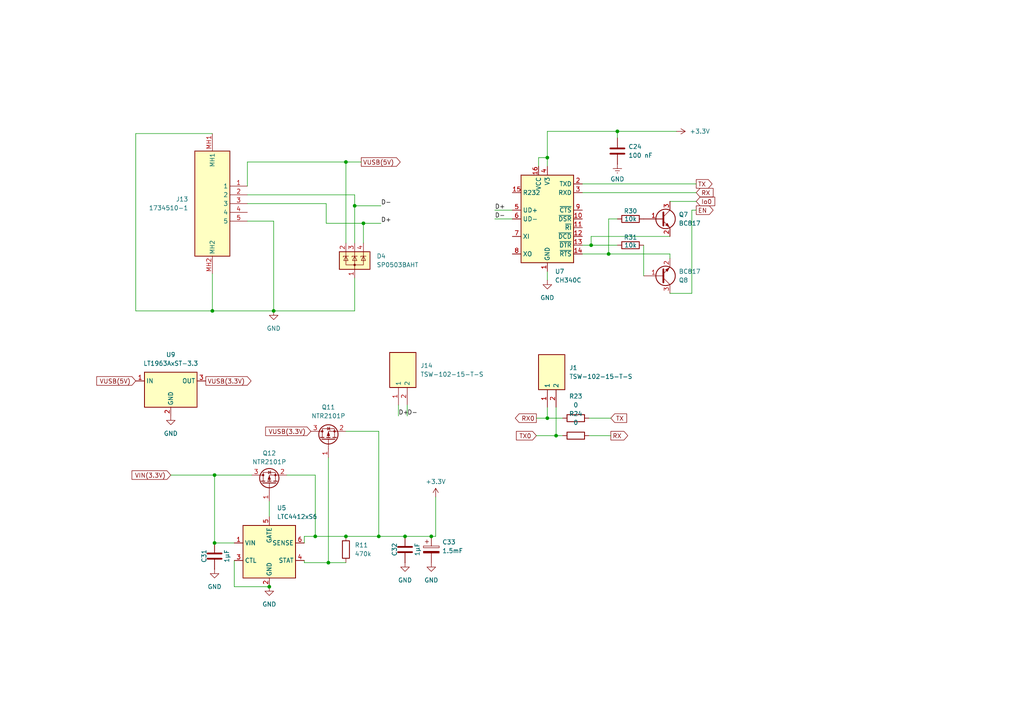
<source format=kicad_sch>
(kicad_sch (version 20231120) (generator "eeschema") (generator_version "8.0")
  (paper "A4")
  (lib_symbols
    (symbol "Device:C" (pin_numbers hide) (pin_names (offset 0.254))
      (property "Reference" "C" (at 0.635 2.54 0))
      (property "Value" "C" (at 0.635 -2.54 0))
      (symbol "C_0_1"
        (polyline (pts (xy -2.032 -0.762) (xy 2.032 -0.762)) (stroke (width 0.508)))
        (polyline (pts (xy -2.032 0.762) (xy 2.032 0.762)) (stroke (width 0.508)))
      )
      (symbol "C_1_1"
        (pin passive line (at 0 3.81 270) (length 2.794) (name "~") (number "1"))
        (pin passive line (at 0 -3.81 90) (length 2.794) (name "~") (number "2"))
      )
    )
    (symbol "Device:C_Polarized" (pin_numbers hide) (pin_names (offset 0.254))
      (property "Reference" "C" (at 0.635 2.54 0))
      (property "Value" "C_Polarized" (at 0.635 -2.54 0))
      (symbol "C_Polarized_0_1"
        (rectangle (start -2.286 0.508) (end 2.286 1.016))
        (polyline (pts (xy -1.778 2.286) (xy -0.762 2.286)))
        (polyline (pts (xy -1.27 2.794) (xy -1.27 1.778)))
        (rectangle (start 2.286 -0.508) (end -2.286 -1.016) (fill (type outline)))
      )
      (symbol "C_Polarized_1_1"
        (pin passive line (at 0 3.81 270) (length 2.794) (name "~") (number "1"))
        (pin passive line (at 0 -3.81 90) (length 2.794) (name "~") (number "2"))
      )
    )
    (symbol "Device:R" (pin_numbers hide) (pin_names (offset 0))
      (property "Reference" "R" (at 2.032 0 90))
      (property "Value" "R" (at 0 0 90))
      (symbol "R_0_1"
        (rectangle (start -1.016 -2.54) (end 1.016 2.54) (stroke (width 0.254)))
      )
      (symbol "R_1_1"
        (pin passive line (at 0 3.81 270) (length 1.27) (name "~") (number "1"))
        (pin passive line (at 0 -3.81 90) (length 1.27) (name "~") (number "2"))
      )
    )
    (symbol "Interface_USB:CH340G"
      (property "Reference" "U" (at -5.08 13.97 0))
      (property "Value" "CH340G" (at 1.27 13.97 0))
      (symbol "CH340G_0_1"
        (rectangle (start -7.62 12.7) (end 7.62 -12.7) (stroke (width 0.254)) (fill (type background)))
      )
      (symbol "CH340G_1_1"
        (pin power_in line (at 0 -15.24 90) (length 2.54) (name "GND") (number "1"))
        (pin input line (at 10.16 0 180) (length 2.54) (name "~{DSR}") (number "10"))
        (pin input line (at 10.16 -2.54 180) (length 2.54) (name "~{RI}") (number "11"))
        (pin input line (at 10.16 -5.08 180) (length 2.54) (name "~{DCD}") (number "12"))
        (pin output line (at 10.16 -7.62 180) (length 2.54) (name "~{DTR}") (number "13"))
        (pin output line (at 10.16 -10.16 180) (length 2.54) (name "~{RTS}") (number "14"))
        (pin input line (at -10.16 7.62 0) (length 2.54) (name "R232") (number "15"))
        (pin power_in line (at -2.54 15.24 270) (length 2.54) (name "VCC") (number "16"))
        (pin output line (at 10.16 10.16 180) (length 2.54) (name "TXD") (number "2"))
        (pin input line (at 10.16 7.62 180) (length 2.54) (name "RXD") (number "3"))
        (pin power_out line (at 0 15.24 270) (length 2.54) (name "V3") (number "4"))
        (pin bidirectional line (at -10.16 2.54 0) (length 2.54) (name "UD+") (number "5"))
        (pin bidirectional line (at -10.16 0 0) (length 2.54) (name "UD-") (number "6"))
        (pin input line (at -10.16 -5.08 0) (length 2.54) (name "XI") (number "7"))
        (pin output line (at -10.16 -10.16 0) (length 2.54) (name "XO") (number "8"))
        (pin input line (at 10.16 2.54 180) (length 2.54) (name "~{CTS}") (number "9"))
      )
    )
    (symbol "Power_Management:LTC4412xS6"
      (property "Reference" "U" (at -6.35 8.89 0))
      (property "Value" "LTC4412xS6" (at 6.35 8.89 0))
      (symbol "LTC4412xS6_0_1"
        (rectangle (start -7.62 7.62) (end 7.62 -7.62) (stroke (width 0.254)) (fill (type background)))
      )
      (symbol "LTC4412xS6_1_1"
        (pin power_in line (at -10.16 2.54 0) (length 2.54) (name "VIN") (number "1"))
        (pin power_in line (at 0 -10.16 90) (length 2.54) (name "GND") (number "2"))
        (pin input line (at -10.16 -2.54 0) (length 2.54) (name "CTL") (number "3"))
        (pin open_collector line (at 10.16 -2.54 180) (length 2.54) (name "STAT") (number "4"))
        (pin output line (at 0 10.16 270) (length 2.54) (name "GATE") (number "5"))
        (pin input line (at 10.16 2.54 180) (length 2.54) (name "SENSE") (number "6"))
      )
    )
    (symbol "Power_Protection:SP0503BAHT" (pin_names hide)
      (property "Reference" "D" (at 5.715 2.54 0))
      (property "Value" "SP0503BAHT" (at 5.715 0.635 0))
      (symbol "SP0503BAHT_0_0"
        (pin passive line (at 0 -5.08 90) (length 2.54) (name "A") (number "1"))
      )
      (symbol "SP0503BAHT_0_1"
        (rectangle (start -4.445 2.54) (end 4.445 -2.54) (stroke (width 0.254)) (fill (type background)))
        (circle (center 0 -1.27) (radius 0.254) (fill (type outline)))
        (polyline (pts (xy -2.54 2.54) (xy -2.54 1.27)))
        (polyline (pts (xy 0 -1.27) (xy 0 -2.54)))
        (polyline (pts (xy 0 -1.27) (xy 0 1.27)))
        (polyline (pts (xy 0 2.54) (xy 0 1.27)))
        (polyline (pts (xy 0.635 1.27) (xy 0.762 1.27)))
        (polyline (pts (xy 2.54 2.54) (xy 2.54 1.27)))
        (polyline (pts (xy 0.635 1.27) (xy -0.762 1.27) (xy -0.762 1.016)))
        (polyline (pts (xy -3.302 1.016) (xy -3.302 1.27) (xy -1.905 1.27) (xy -1.778 1.27)))
        (polyline (pts (xy -2.54 1.27) (xy -2.54 -1.27) (xy 2.54 -1.27) (xy 2.54 1.27)))
        (polyline (pts (xy -2.54 1.27) (xy -1.905 0) (xy -3.175 0) (xy -2.54 1.27)))
        (polyline (pts (xy 0.635 0) (xy -0.635 0) (xy 0 1.27) (xy 0.635 0)))
        (polyline (pts (xy 1.778 1.016) (xy 1.778 1.27) (xy 3.175 1.27) (xy 3.302 1.27)))
        (polyline (pts (xy 2.54 1.27) (xy 1.905 0) (xy 3.175 0) (xy 2.54 1.27)))
      )
      (symbol "SP0503BAHT_1_1"
        (pin passive line (at -2.54 5.08 270) (length 2.54) (name "K") (number "2"))
        (pin passive line (at 0 5.08 270) (length 2.54) (name "K") (number "3"))
        (pin passive line (at 2.54 5.08 270) (length 2.54) (name "K") (number "4"))
      )
    )
    (symbol "Regulator_Linear:LT1963AxST-3.3"
      (property "Reference" "U" (at -7.62 6.35 0))
      (property "Value" "LT1963AxST-3.3" (at -1.27 6.35 0))
      (symbol "LT1963AxST-3.3_0_1"
        (rectangle (start -7.62 5.08) (end 7.62 -5.08) (stroke (width 0.254)) (fill (type background)))
      )
      (symbol "LT1963AxST-3.3_1_1"
        (pin power_in line (at -10.16 2.54 0) (length 2.54) (name "IN") (number "1"))
        (pin power_in line (at 0 -7.62 90) (length 2.54) (name "GND") (number "2"))
        (pin power_out line (at 10.16 2.54 180) (length 2.54) (name "OUT") (number "3"))
      )
    )
    (symbol "SamacSys_Parts:1734510-1"
      (property "Reference" "J" (at 16.51 15.24 0))
      (property "Value" "1734510-1" (at 16.51 12.7 0))
      (symbol "1734510-1_1_1"
        (rectangle (start 5.08 10.16) (end 15.24 -20.32) (stroke (width 0.254)) (fill (type background)))
        (pin passive line (at 0 -10.16 0) (length 5.08) (name "1") (number "1"))
        (pin passive line (at 0 -7.62 0) (length 5.08) (name "2") (number "2"))
        (pin passive line (at 0 -5.08 0) (length 5.08) (name "3") (number "3"))
        (pin passive line (at 0 -2.54 0) (length 5.08) (name "4") (number "4"))
        (pin passive line (at 0 0 0) (length 5.08) (name "5") (number "5"))
        (pin passive line (at 10.16 -25.4 90) (length 5.08) (name "MH1") (number "MH1"))
        (pin passive line (at 10.16 15.24 270) (length 5.08) (name "MH2") (number "MH2"))
      )
    )
    (symbol "SamacSys_Parts:TSW-102-15-T-S"
      (property "Reference" "J" (at 16.51 7.62 0))
      (property "Value" "TSW-102-15-T-S" (at 16.51 5.08 0))
      (symbol "TSW-102-15-T-S_1_1"
        (rectangle (start 5.08 2.54) (end 15.24 -5.08) (stroke (width 0.254)) (fill (type background)))
        (pin passive line (at 0 0 0) (length 5.08) (name "1") (number "1"))
        (pin passive line (at 0 -2.54 0) (length 5.08) (name "2") (number "2"))
      )
    )
    (symbol "Transistor_BJT:BC817" (pin_names (offset 0) hide)
      (property "Reference" "Q" (at 5.08 1.905 0))
      (property "Value" "BC817" (at 5.08 0 0))
      (symbol "BC817_0_1"
        (polyline (pts (xy 0.635 0.635) (xy 2.54 2.54)))
        (polyline (pts (xy 0.635 -0.635) (xy 2.54 -2.54) (xy 2.54 -2.54)))
        (polyline (pts (xy 0.635 1.905) (xy 0.635 -1.905) (xy 0.635 -1.905)) (stroke (width 0.508)))
        (polyline (pts (xy 1.27 -1.778) (xy 1.778 -1.27) (xy 2.286 -2.286) (xy 1.27 -1.778) (xy 1.27 -1.778)) (fill (type outline)))
        (circle (center 1.27 0) (radius 2.8194) (stroke (width 0.254)))
      )
      (symbol "BC817_1_1"
        (pin input line (at -5.08 0 0) (length 5.715) (name "B") (number "1"))
        (pin passive line (at 2.54 -5.08 90) (length 2.54) (name "E") (number "2"))
        (pin passive line (at 2.54 5.08 270) (length 2.54) (name "C") (number "3"))
      )
    )
    (symbol "Transistor_FET:NTR2101P" (pin_names hide)
      (property "Reference" "Q" (at 5.08 1.905 0))
      (property "Value" "NTR2101P" (at 5.08 0 0))
      (symbol "NTR2101P_0_1"
        (polyline (pts (xy 0.254 0) (xy -2.54 0)))
        (polyline (pts (xy 0.254 1.905) (xy 0.254 -1.905)) (stroke (width 0.254)))
        (polyline (pts (xy 0.762 -1.27) (xy 0.762 -2.286)) (stroke (width 0.254)))
        (polyline (pts (xy 0.762 0.508) (xy 0.762 -0.508)) (stroke (width 0.254)))
        (polyline (pts (xy 0.762 2.286) (xy 0.762 1.27)) (stroke (width 0.254)))
        (polyline (pts (xy 2.54 2.54) (xy 2.54 1.778)))
        (polyline (pts (xy 2.54 -2.54) (xy 2.54 0) (xy 0.762 0)))
        (polyline (pts (xy 0.762 1.778) (xy 3.302 1.778) (xy 3.302 -1.778) (xy 0.762 -1.778)))
        (polyline (pts (xy 2.286 0) (xy 1.27 0.381) (xy 1.27 -0.381) (xy 2.286 0)) (fill (type outline)))
        (polyline (pts (xy 2.794 -0.508) (xy 2.921 -0.381) (xy 3.683 -0.381) (xy 3.81 -0.254)))
        (polyline (pts (xy 3.302 -0.381) (xy 2.921 0.254) (xy 3.683 0.254) (xy 3.302 -0.381)))
        (circle (center 1.651 0) (radius 2.794) (stroke (width 0.254)))
        (circle (center 2.54 -1.778) (radius 0.254) (fill (type outline)))
        (circle (center 2.54 1.778) (radius 0.254) (fill (type outline)))
      )
      (symbol "NTR2101P_1_1"
        (pin input line (at -5.08 0 0) (length 2.54) (name "G") (number "1"))
        (pin passive line (at 2.54 -5.08 90) (length 2.54) (name "S") (number "2"))
        (pin passive line (at 2.54 5.08 270) (length 2.54) (name "D") (number "3"))
      )
    )
    (symbol "power:Earth" (power) (pin_numbers hide) (pin_names (offset 0) hide)
      (property "Value" "Earth" (at 0 -3.81 0))
      (symbol "Earth_0_1"
        (polyline (pts (xy -0.635 -1.905) (xy 0.635 -1.905)))
        (polyline (pts (xy -0.127 -2.54) (xy 0.127 -2.54)))
        (polyline (pts (xy 0 -1.27) (xy 0 0)))
        (polyline (pts (xy 1.27 -1.27) (xy -1.27 -1.27)))
      )
      (symbol "Earth_1_1"
        (pin power_in line (at 0 0 270) (length 0) (name "~") (number "1"))
      )
    )
    (symbol "power:GND" (power) (pin_numbers hide) (pin_names (offset 0) hide)
      (property "Value" "GND" (at 0 -3.81 0))
      (symbol "GND_0_1"
        (polyline (pts (xy 0 0) (xy 0 -1.27) (xy 1.27 -1.27) (xy 0 -2.54) (xy -1.27 -1.27) (xy 0 -1.27)))
      )
      (symbol "GND_1_1"
        (pin power_in line (at 0 0 270) (length 0) (name "~") (number "1"))
      )
    )
    (symbol "power:VCC" (power) (pin_numbers hide) (pin_names (offset 0) hide)
      (property "Value" "VCC" (at 0 3.556 0))
      (symbol "VCC_0_1"
        (polyline (pts (xy -0.762 1.27) (xy 0 2.54)))
        (polyline (pts (xy 0 0) (xy 0 2.54)))
        (polyline (pts (xy 0 2.54) (xy 0.762 1.27)))
      )
      (symbol "VCC_1_1"
        (pin power_in line (at 0 0 90) (length 0) (name "~") (number "1"))
      )
    )
  )
  (junction (at 102.87 59.69))
  (junction (at 100.33 46.99))
  (junction (at 78.105 170.18))
  (junction (at 117.475 155.575))
  (junction (at 158.75 45.72))
  (junction (at 109.855 155.575))
  (junction (at 79.375 90.17))
  (junction (at 125.095 155.575))
  (junction (at 179.07 38.1))
  (junction (at 61.595 90.17))
  (junction (at 91.44 155.575))
  (junction (at 62.23 137.795))
  (junction (at 100.33 155.575))
  (junction (at 95.25 163.195))
  (junction (at 161.29 126.365))
  (junction (at 158.75 121.285))
  (junction (at 171.45 71.12))
  (junction (at 62.23 157.48))
  (junction (at 176.53 73.66))
  (junction (at 105.41 64.77))
  (wire (pts (xy 168.91 71.12) (xy 171.45 71.12)))
  (wire (pts (xy 155.575 121.285) (xy 158.75 121.285)))
  (wire (pts (xy 158.75 38.1) (xy 158.75 45.72)))
  (wire (pts (xy 105.41 64.77) (xy 94.615 64.77)))
  (wire (pts (xy 62.23 157.48) (xy 67.945 157.48)))
  (wire (pts (xy 79.375 64.135) (xy 79.375 90.17)))
  (wire (pts (xy 61.595 90.17) (xy 79.375 90.17)))
  (wire (pts (xy 100.33 155.575) (xy 91.44 155.575)))
  (wire (pts (xy 105.41 64.77) (xy 105.41 70.485)))
  (wire (pts (xy 158.75 118.11) (xy 158.75 121.285)))
  (wire (pts (xy 102.87 59.69) (xy 110.49 59.69)))
  (wire (pts (xy 67.945 170.18) (xy 78.105 170.18)))
  (wire (pts (xy 186.69 71.12) (xy 186.69 80.01)))
  (wire (pts (xy 49.53 137.795) (xy 62.23 137.795)))
  (wire (pts (xy 100.33 163.195) (xy 95.25 163.195)))
  (wire (pts (xy 110.49 64.77) (xy 105.41 64.77)))
  (wire (pts (xy 94.615 59.055) (xy 94.615 64.77)))
  (wire (pts (xy 102.87 56.515) (xy 102.87 59.69)))
  (wire (pts (xy 158.75 38.1) (xy 179.07 38.1)))
  (wire (pts (xy 161.29 118.11) (xy 161.29 126.365)))
  (wire (pts (xy 102.87 80.645) (xy 102.87 90.17)))
  (wire (pts (xy 171.45 68.58) (xy 171.45 71.12)))
  (wire (pts (xy 158.75 45.72) (xy 156.21 45.72)))
  (wire (pts (xy 179.07 63.5) (xy 176.53 63.5)))
  (wire (pts (xy 179.07 38.1) (xy 196.215 38.1)))
  (wire (pts (xy 88.265 155.575) (xy 88.265 157.48)))
  (wire (pts (xy 71.755 46.99) (xy 71.755 53.975)))
  (wire (pts (xy 67.945 162.56) (xy 67.945 170.18)))
  (wire (pts (xy 71.755 64.135) (xy 79.375 64.135)))
  (wire (pts (xy 109.855 155.575) (xy 100.33 155.575)))
  (wire (pts (xy 168.91 53.34) (xy 201.93 53.34)))
  (wire (pts (xy 156.21 45.72) (xy 156.21 48.26)))
  (wire (pts (xy 168.91 55.88) (xy 201.93 55.88)))
  (wire (pts (xy 143.51 60.96) (xy 148.59 60.96)))
  (wire (pts (xy 194.31 73.66) (xy 194.31 74.93)))
  (wire (pts (xy 158.75 45.72) (xy 158.75 48.26)))
  (wire (pts (xy 88.265 162.56) (xy 88.265 163.195)))
  (wire (pts (xy 78.105 145.415) (xy 78.105 149.86)))
  (wire (pts (xy 102.87 90.17) (xy 79.375 90.17)))
  (wire (pts (xy 158.75 81.28) (xy 158.75 78.74)))
  (wire (pts (xy 200.66 85.09) (xy 194.31 85.09)))
  (wire (pts (xy 176.53 63.5) (xy 176.53 73.66)))
  (wire (pts (xy 171.45 71.12) (xy 179.07 71.12)))
  (wire (pts (xy 200.66 60.96) (xy 201.93 60.96)))
  (wire (pts (xy 194.31 68.58) (xy 171.45 68.58)))
  (wire (pts (xy 109.855 125.095) (xy 109.855 155.575)))
  (wire (pts (xy 100.33 46.99) (xy 100.33 70.485)))
  (wire (pts (xy 39.37 38.735) (xy 39.37 90.17)))
  (wire (pts (xy 168.91 73.66) (xy 176.53 73.66)))
  (wire (pts (xy 170.815 121.285) (xy 177.165 121.285)))
  (wire (pts (xy 125.095 155.575) (xy 126.365 155.575)))
  (wire (pts (xy 39.37 90.17) (xy 61.595 90.17)))
  (wire (pts (xy 158.75 121.285) (xy 163.195 121.285)))
  (wire (pts (xy 91.44 155.575) (xy 88.265 155.575)))
  (wire (pts (xy 100.33 125.095) (xy 109.855 125.095)))
  (wire (pts (xy 71.755 56.515) (xy 102.87 56.515)))
  (wire (pts (xy 118.11 120.65) (xy 118.11 117.475)))
  (wire (pts (xy 95.25 163.195) (xy 88.265 163.195)))
  (wire (pts (xy 83.185 137.795) (xy 91.44 137.795)))
  (wire (pts (xy 102.87 59.69) (xy 102.87 70.485)))
  (wire (pts (xy 194.31 58.42) (xy 201.93 58.42)))
  (wire (pts (xy 109.855 155.575) (xy 117.475 155.575)))
  (wire (pts (xy 61.595 79.375) (xy 61.595 90.17)))
  (wire (pts (xy 143.51 63.5) (xy 148.59 63.5)))
  (wire (pts (xy 73.025 137.795) (xy 62.23 137.795)))
  (wire (pts (xy 100.33 46.99) (xy 104.775 46.99)))
  (wire (pts (xy 161.29 126.365) (xy 163.195 126.365)))
  (wire (pts (xy 61.595 38.735) (xy 39.37 38.735)))
  (wire (pts (xy 91.44 137.795) (xy 91.44 155.575)))
  (wire (pts (xy 179.07 38.1) (xy 179.07 40.005)))
  (wire (pts (xy 126.365 155.575) (xy 126.365 144.145)))
  (wire (pts (xy 155.575 126.365) (xy 161.29 126.365)))
  (wire (pts (xy 176.53 73.66) (xy 194.31 73.66)))
  (wire (pts (xy 62.23 137.795) (xy 62.23 157.48)))
  (wire (pts (xy 117.475 155.575) (xy 125.095 155.575)))
  (wire (pts (xy 95.25 132.715) (xy 95.25 163.195)))
  (wire (pts (xy 71.755 59.055) (xy 94.615 59.055)))
  (wire (pts (xy 170.815 126.365) (xy 177.165 126.365)))
  (wire (pts (xy 200.66 60.96) (xy 200.66 85.09)))
  (wire (pts (xy 71.755 46.99) (xy 100.33 46.99)))
  (wire (pts (xy 115.57 120.65) (xy 115.57 117.475)))
  (label "D-" (at 110.49 59.69 0))
  (label "D-" (at 118.11 120.65 0))
  (label "D+" (at 143.51 60.96 0))
  (label "D-" (at 143.51 63.5 0))
  (label "D+" (at 115.57 120.65 0))
  (label "D+" (at 110.49 64.77 0))
  (global_label "EN" (shape output) (at 201.93 60.96 0) (property "Intersheetrefs" "${INTERSHEET_REFS}" (effects (hide yes))))
  (global_label "RX0" (shape output) (at 155.575 121.285 180) (property "Intersheetrefs" "${INTERSHEET_REFS}" (effects (hide yes))))
  (global_label "TX0" (shape input) (at 155.575 126.365 180) (property "Intersheetrefs" "${INTERSHEET_REFS}" (effects (hide yes))))
  (global_label "Io0" (shape input) (at 201.93 58.42 0) (property "Intersheetrefs" "${INTERSHEET_REFS}" (effects (hide yes))))
  (global_label "VIN(3.3V)" (shape input) (at 49.53 137.795 180) (property "Intersheetrefs" "${INTERSHEET_REFS}" (effects (hide yes))))
  (global_label "RX" (shape input) (at 201.93 55.88 0) (property "Intersheetrefs" "${INTERSHEET_REFS}" (effects (hide yes))))
  (global_label "VUSB(3.3V)" (shape output) (at 59.69 110.49 0) (property "Intersheetrefs" "${INTERSHEET_REFS}" (effects (hide yes))))
  (global_label "RX" (shape output) (at 177.165 126.365 0) (property "Intersheetrefs" "${INTERSHEET_REFS}" (effects (hide yes))))
  (global_label "VUSB(3.3V)" (shape input) (at 90.17 125.095 180) (property "Intersheetrefs" "${INTERSHEET_REFS}" (effects (hide yes))))
  (global_label "VUSB(5V)" (shape input) (at 39.37 110.49 180) (property "Intersheetrefs" "${INTERSHEET_REFS}" (effects (hide yes))))
  (global_label "TX" (shape input) (at 177.165 121.285 0) (property "Intersheetrefs" "${INTERSHEET_REFS}" (effects (hide yes))))
  (global_label "TX" (shape output) (at 201.93 53.34 0) (property "Intersheetrefs" "${INTERSHEET_REFS}" (effects (hide yes))))
  (global_label "VUSB(5V)" (shape output) (at 104.775 46.99 0) (property "Intersheetrefs" "${INTERSHEET_REFS}" (effects (hide yes))))
  (symbol (lib_id "power:GND") (at 117.475 163.195 0) (unit 1)
    (property "Reference" "#PWR049" (effects (hide yes)))
    (property "Value" "GND" (at 117.475 168.275 0))
    (property "Description" "Power symbol creates a global label with name \"GND\" , ground" (effects (hide yes)))
  )
  (symbol (lib_id "power:GND") (at 78.105 170.18 0) (unit 1)
    (property "Reference" "#PWR023" (effects (hide yes)))
    (property "Value" "GND" (at 78.105 175.26 0))
    (property "Description" "Power symbol creates a global label with name \"GND\" , ground" (effects (hide yes)))
  )
  (symbol (lib_id "SamacSys_Parts:TSW-102-15-T-S") (at 115.57 117.475 90) (unit 1)
    (property "Reference" "J14" (at 121.92 106.0449 90) (effects (justify right)))
    (property "Value" "TSW-102-15-T-S" (at 121.92 108.5849 90) (effects (justify right)))
    (property "Footprint" "SamacSys_Parts:TSW-102-XX-YY-S" (effects (hide yes)))
    (property "Datasheet" "http://suddendocs.samtec.com/prints/tsw-xxx-xx-xxx-x-xx-xxx-mkt.pdf" (effects (hide yes)))
    (property "Description" "2 Position, Single Row, Classic PCB Header Strips, 0.100&quot; pitch" (effects (hide yes)))
    (property "Mouser Part Number" "200-TSW10215TS" (effects (hide yes)))
    (property "Mouser Price/Stock" "https://www.mouser.co.uk/ProductDetail/Samtec/TSW-102-15-T-S?qs=rU5fayqh%252BE17aFMwqvHWLA%3D%3D" (effects (hide yes)))
    (property "Manufacturer_Name" "SAMTEC" (effects (hide yes)))
    (property "Manufacturer_Part_Number" "TSW-102-15-T-S" (effects (hide yes)))
  )
  (symbol (lib_id "power:VCC") (at 196.215 38.1 270) (unit 1)
    (property "Reference" "#PWR046" (effects (hide yes)))
    (property "Value" "+3.3V" (at 200.025 38.0999 90) (effects (justify left)))
    (property "Description" "Power symbol creates a global label with name \"VCC\"" (effects (hide yes)))
  )
  (symbol (lib_id "Transistor_FET:NTR2101P") (at 95.25 127.635 90) (unit 1)
    (property "Reference" "Q11" (at 95.25 118.11 90))
    (property "Value" "NTR2101P" (at 95.25 120.65 90))
    (property "Footprint" "Package_TO_SOT_SMD:SOT-23" (effects (hide yes)))
    (property "Datasheet" "http://www.onsemi.com/pub/Collateral/NTR2101P-D.PDF" (effects (hide yes)))
    (property "Description" "-3.7A Id, -8V Vds, P-Channel MOSFET, SOT-23" (effects (hide yes)))
  )
  (symbol (lib_id "Device:R") (at 100.33 159.385 0) (unit 1)
    (property "Reference" "R11" (at 102.87 158.1149 0) (effects (justify left)))
    (property "Value" "470k" (at 102.87 160.6549 0) (effects (justify left)))
    (property "Footprint" "Resistor_SMD:R_0805_2012Metric_Pad1.20x1.40mm_HandSolder" (effects (hide yes)))
    (property "Description" "Resistor" (effects (hide yes)))
    (property "LCSC Part#" "C2074219" (effects (hide yes)))
  )
  (symbol (lib_id "Device:R") (at 167.005 126.365 270) (unit 1)
    (property "Reference" "R24" (at 167.005 120.015 90))
    (property "Value" "0" (at 167.005 122.555 90))
    (property "Footprint" "Resistor_SMD:R_0805_2012Metric_Pad1.20x1.40mm_HandSolder" (effects (hide yes)))
    (property "Description" "Resistor" (effects (hide yes)))
    (property "LCSC Part#" "C2074219" (effects (hide yes)))
  )
  (symbol (lib_id "power:GND") (at 158.75 81.28 0) (unit 1)
    (property "Reference" "#PWR045" (effects (hide yes)))
    (property "Value" "GND" (at 158.75 86.36 0))
    (property "Description" "Power symbol creates a global label with name \"GND\" , ground" (effects (hide yes)))
  )
  (symbol (lib_id "Device:R") (at 167.005 121.285 270) (unit 1)
    (property "Reference" "R23" (at 167.005 114.935 90))
    (property "Value" "0" (at 167.005 117.475 90))
    (property "Footprint" "Resistor_SMD:R_0805_2012Metric_Pad1.20x1.40mm_HandSolder" (effects (hide yes)))
    (property "Description" "Resistor" (effects (hide yes)))
    (property "LCSC Part#" "C2074219" (effects (hide yes)))
  )
  (symbol (lib_id "power:GND") (at 125.095 163.195 0) (unit 1)
    (property "Reference" "#PWR050" (effects (hide yes)))
    (property "Value" "GND" (at 125.095 168.275 0))
    (property "Description" "Power symbol creates a global label with name \"GND\" , ground" (effects (hide yes)))
  )
  (symbol (lib_id "Device:C") (at 62.23 161.29 0) (unit 1)
    (property "Reference" "C31" (at 59.182 161.29 90))
    (property "Value" "1µF" (at 65.786 161.29 90))
    (property "Footprint" "Resistor_SMD:R_0805_2012Metric_Pad1.20x1.40mm_HandSolder" (effects (hide yes)))
    (property "Description" "Unpolarized capacitor" (effects (hide yes)))
    (property "LCSC Part#" "C28323" (effects (hide yes)))
  )
  (symbol (lib_id "Regulator_Linear:LT1963AxST-3.3") (at 49.53 113.03 0) (unit 1)
    (property "Reference" "U9" (at 49.53 102.87 0))
    (property "Value" "LT1963AxST-3.3" (at 49.53 105.41 0))
    (property "Footprint" "Package_TO_SOT_SMD:SOT-223-3_TabPin2" (effects (hide yes)))
    (property "Datasheet" "https://www.analog.com/media/en/technical-documentation/data-sheets/1963aff.pdf" (effects (hide yes)))
    (property "Description" "3.3V, 1.5A, Low Noise, Fast Transient Response LDO Regulator, SOT-223" (effects (hide yes)))
  )
  (symbol (lib_id "Power_Management:LTC4412xS6") (at 78.105 160.02 0) (unit 1)
    (property "Reference" "U5" (at 80.2991 147.32 0) (effects (justify left)))
    (property "Value" "LTC4412xS6" (at 80.2991 149.86 0) (effects (justify left)))
    (property "Footprint" "Package_TO_SOT_SMD:TSOT-23-6" (effects (hide yes)))
    (property "Datasheet" "https://www.analog.com/media/en/technical-documentation/data-sheets/4412fb.pdf" (effects (hide yes)))
    (property "Description" "Low Loss PowerPath Controller, TSOT-23-6" (effects (hide yes)))
  )
  (symbol (lib_id "SamacSys_Parts:TSW-102-15-T-S") (at 158.75 118.11 90) (unit 1)
    (property "Reference" "J1" (at 165.1 106.6799 90) (effects (justify right)))
    (property "Value" "TSW-102-15-T-S" (at 165.1 109.2199 90) (effects (justify right)))
    (property "Footprint" "SamacSys_Parts:TSW-102-XX-YY-S" (effects (hide yes)))
    (property "Datasheet" "http://suddendocs.samtec.com/prints/tsw-xxx-xx-xxx-x-xx-xxx-mkt.pdf" (effects (hide yes)))
    (property "Description" "2 Position, Single Row, Classic PCB Header Strips, 0.100&quot; pitch" (effects (hide yes)))
    (property "Mouser Part Number" "200-TSW10215TS" (effects (hide yes)))
    (property "Mouser Price/Stock" "https://www.mouser.co.uk/ProductDetail/Samtec/TSW-102-15-T-S?qs=rU5fayqh%252BE17aFMwqvHWLA%3D%3D" (effects (hide yes)))
    (property "Manufacturer_Name" "SAMTEC" (effects (hide yes)))
    (property "Manufacturer_Part_Number" "TSW-102-15-T-S" (effects (hide yes)))
  )
  (symbol (lib_id "power:GND") (at 62.23 165.1 0) (unit 1)
    (property "Reference" "#PWR035" (effects (hide yes)))
    (property "Value" "GND" (at 62.23 170.18 0))
    (property "Description" "Power symbol creates a global label with name \"GND\" , ground" (effects (hide yes)))
  )
  (symbol (lib_id "Device:C") (at 179.07 43.815 0) (unit 1)
    (property "Reference" "C24" (at 182.245 42.545 0) (effects (justify left)))
    (property "Value" "100 nF" (at 182.245 45.085 0) (effects (justify left)))
    (property "Footprint" "Resistor_SMD:R_0805_2012Metric_Pad1.20x1.40mm_HandSolder" (effects (hide yes)))
    (property "Description" "Unpolarized capacitor" (effects (hide yes)))
    (property "LCSC Part#" "C49678" (effects (hide yes)))
  )
  (symbol (lib_id "power:GND") (at 49.53 120.65 0) (unit 1)
    (property "Reference" "#PWR047" (effects (hide yes)))
    (property "Value" "GND" (at 49.53 125.73 0))
    (property "Description" "Power symbol creates a global label with name \"GND\" , ground" (effects (hide yes)))
  )
  (symbol (lib_id "Power_Protection:SP0503BAHT") (at 102.87 75.565 0) (unit 1)
    (property "Reference" "D4" (at 109.22 74.2949 0) (effects (justify left)))
    (property "Value" "SP0503BAHT" (at 109.22 76.8349 0) (effects (justify left)))
    (property "Footprint" "Package_TO_SOT_SMD:SOT-143" (effects (hide yes)))
    (property "Datasheet" "http://www.littelfuse.com/~/media/files/littelfuse/technical%20resources/documents/data%20sheets/sp05xxba.pdf" (effects (hide yes)))
    (property "Description" "TVS Diode Array, 5.5V Standoff, 3 Channels, SOT-143 package" (effects (hide yes)))
    (property "LCSC Part#" "C7074" (effects (hide yes)))
  )
  (symbol (lib_id "Device:R") (at 182.88 63.5 90) (unit 1)
    (property "Reference" "R30" (at 182.88 61.214 90))
    (property "Value" "10k" (at 182.88 63.5 90))
    (property "Footprint" "Resistor_SMD:R_0805_2012Metric_Pad1.20x1.40mm_HandSolder" (effects (hide yes)))
    (property "Description" "Resistor" (effects (hide yes)))
    (property "LCSC Part#" "C84376" (effects (hide yes)))
  )
  (symbol (lib_id "Transistor_FET:NTR2101P") (at 78.105 140.335 90) (unit 1)
    (property "Reference" "Q12" (at 78.105 131.445 90))
    (property "Value" "NTR2101P" (at 78.105 133.985 90))
    (property "Footprint" "Package_TO_SOT_SMD:SOT-23" (effects (hide yes)))
    (property "Datasheet" "http://www.onsemi.com/pub/Collateral/NTR2101P-D.PDF" (effects (hide yes)))
    (property "Description" "-3.7A Id, -8V Vds, P-Channel MOSFET, SOT-23" (effects (hide yes)))
  )
  (symbol (lib_id "power:GND") (at 79.375 90.17 0) (unit 1)
    (property "Reference" "#PWR024" (effects (hide yes)))
    (property "Value" "GND" (at 79.375 95.25 0))
    (property "Description" "Power symbol creates a global label with name \"GND\" , ground" (effects (hide yes)))
  )
  (symbol (lib_id "Device:R") (at 182.88 71.12 90) (unit 1)
    (property "Reference" "R31" (at 182.88 68.834 90))
    (property "Value" "10k" (at 182.88 71.12 90))
    (property "Footprint" "Resistor_SMD:R_0805_2012Metric_Pad1.20x1.40mm_HandSolder" (effects (hide yes)))
    (property "Description" "Resistor" (effects (hide yes)))
    (property "LCSC Part#" "C84376" (effects (hide yes)))
  )
  (symbol (lib_id "Device:C") (at 117.475 159.385 0) (unit 1)
    (property "Reference" "C32" (at 114.427 159.385 90))
    (property "Value" "1µF" (at 121.031 159.385 90))
    (property "Footprint" "Resistor_SMD:R_0805_2012Metric_Pad1.20x1.40mm_HandSolder" (effects (hide yes)))
    (property "Description" "Unpolarized capacitor" (effects (hide yes)))
    (property "LCSC Part#" "C28323" (effects (hide yes)))
  )
  (symbol (lib_id "power:VCC") (at 126.365 144.145 0) (unit 1)
    (property "Reference" "#PWR048" (effects (hide yes)))
    (property "Value" "+3.3V" (at 126.365 139.7 0))
    (property "Description" "Power symbol creates a global label with name \"VCC\"" (effects (hide yes)))
  )
  (symbol (lib_id "Transistor_BJT:BC817") (at 191.77 63.5 0) (unit 1)
    (property "Reference" "Q7" (at 196.85 62.2299 0) (effects (justify left)))
    (property "Value" "BC817" (at 196.85 64.7699 0) (effects (justify left)))
    (property "Footprint" "Package_TO_SOT_SMD:SOT-23_Handsoldering" (effects (hide yes)))
    (property "Datasheet" "https://www.onsemi.com/pub/Collateral/BC818-D.pdf" (effects (hide yes)))
    (property "Description" "0.8A Ic, 45V Vce, NPN Transistor, SOT-23" (effects (hide yes)))
    (property "LCSC Part#" "C475629" (effects (hide yes)))
  )
  (symbol (lib_id "power:Earth") (at 179.07 47.625 0) (unit 1)
    (property "Reference" "#PWR012" (effects (hide yes)))
    (property "Value" "GND" (at 179.07 51.943 0))
    (property "Description" "Power symbol creates a global label with name \"Earth\"" (effects (hide yes)))
  )
  (symbol (lib_id "SamacSys_Parts:1734510-1") (at 71.755 64.135 180) (unit 1)
    (property "Reference" "J13" (at 54.61 57.7849 0) (effects (justify left)))
    (property "Value" "1734510-1" (at 54.61 60.3249 0) (effects (justify left)))
    (property "Footprint" "SamacSys_Parts:17345101" (effects (hide yes)))
    (property "Datasheet" "https://componentsearchengine.com/Datasheets/1/1734510-1.pdf" (effects (hide yes)))
    (property "Description" "Body Features: Offset 0 MM | Shell Plating Finish Matte | Shell Plating Material Tin over Nickel | Connector Profile Mini | Configuration Features: Number of Ports 1 | Number of Positions 5 | Contact Features: Contact Mating Area Plating Material Gold Flash over Palladium Nickel | Contact Current Rating (Max) 1 AMP | Contact Mating Area Plating Material Thickness 29.92 MICIN | Contact Mating Area Plating Material Thickness .76 MICM | Dimensions: PCB Thickness (Recommended) 1.6 MM | PCB Thickness (Recommende" (effects (hide yes)))
    (property "Height" "4.09" (effects (hide yes)))
    (property "Mouser Part Number" "571-1734510-1" (effects (hide yes)))
    (property "Mouser Price/Stock" "https://www.mouser.co.uk/ProductDetail/TE-Connectivity/1734510-1?qs=kTKVN3NWb5H1XV30AnRhiA%3D%3D" (effects (hide yes)))
    (property "Manufacturer_Name" "TE Connectivity" (effects (hide yes)))
    (property "Manufacturer_Part_Number" "1734510-1" (effects (hide yes)))
  )
  (symbol (lib_id "Interface_USB:CH340G") (at 158.75 63.5 0) (unit 1)
    (property "Reference" "U7" (at 160.9441 78.74 0) (effects (justify left)))
    (property "Value" "CH340C" (at 160.9441 81.28 0) (effects (justify left)))
    (property "Footprint" "Package_SO:SOIC-16_3.9x9.9mm_P1.27mm" (effects (hide yes)))
    (property "Datasheet" "http://www.datasheet5.com/pdf-local-2195953" (effects (hide yes)))
    (property "Description" "USB serial converter, UART, SOIC-16" (effects (hide yes)))
    (property "LCSC Part#" "C14267" (effects (hide yes)))
  )
  (symbol (lib_id "Transistor_BJT:BC817") (at 191.77 80.01 0) (mirror x) (unit 1)
    (property "Reference" "Q8" (at 196.85 81.2801 0) (effects (justify left)))
    (property "Value" "BC817" (at 196.85 78.7401 0) (effects (justify left)))
    (property "Footprint" "Package_TO_SOT_SMD:SOT-23_Handsoldering" (effects (hide yes)))
    (property "Datasheet" "https://www.onsemi.com/pub/Collateral/BC818-D.pdf" (effects (hide yes)))
    (property "Description" "0.8A Ic, 45V Vce, NPN Transistor, SOT-23" (effects (hide yes)))
    (property "LCSC Part#" "C475629" (effects (hide yes)))
  )
  (symbol (lib_id "Device:C_Polarized") (at 125.095 159.385 0) (unit 1)
    (property "Reference" "C33" (at 128.27 157.2259 0) (effects (justify left)))
    (property "Value" "1.5mF" (at 128.27 159.7659 0) (effects (justify left)))
    (property "Footprint" "Capacitor_SMD:C_Elec_8x10.2" (effects (hide yes)))
    (property "Description" "Polarized capacitor" (effects (hide yes)))
  )
)
</source>
